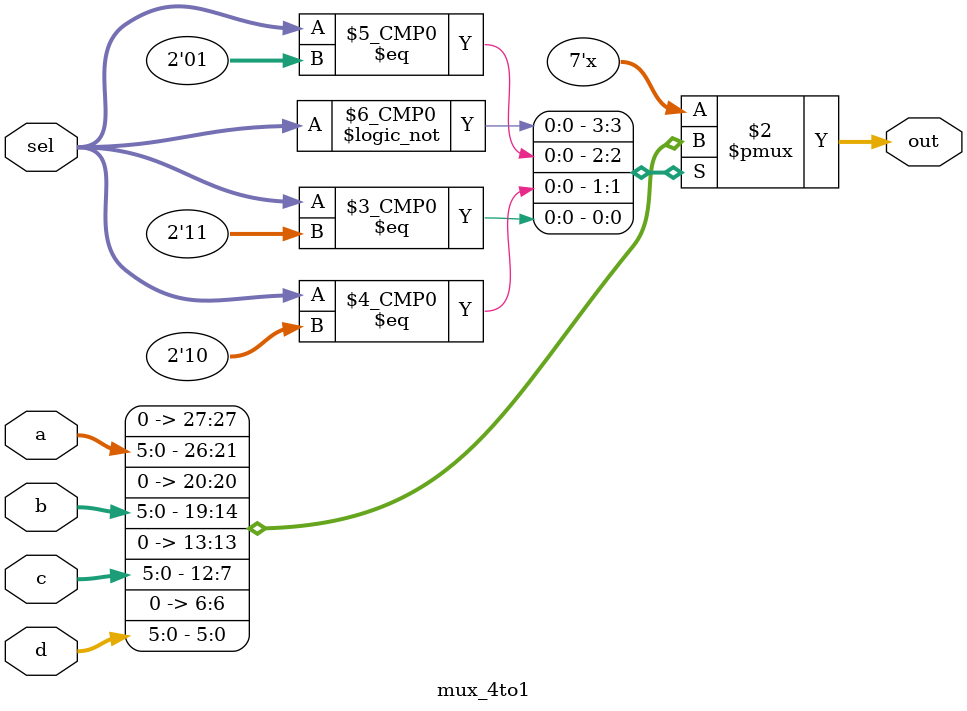
<source format=sv>
module mux_4to1 (
    input [5:0] a,                 
    input [5:0] b,                 
    input [5:0] c,                 
    input [5:0] d,                 
    input [1:0] sel,               
    output reg [6:0] out
);
    always @(a or b or c or d or sel) begin
        case(sel)
            2'b00 : out <= a;
            2'b01 : out <= b;
            2'b10 : out <= c;
            2'b11 : out <= d;
        endcase
    end
endmodule
</source>
